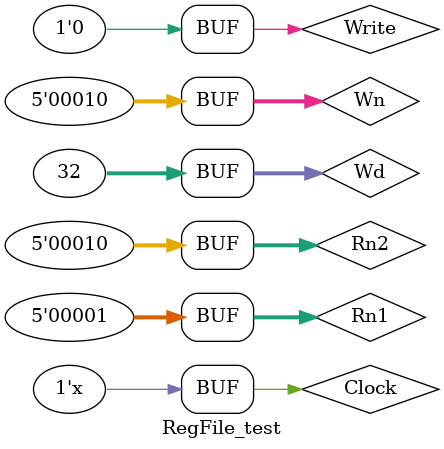
<source format=v>
`timescale 1ns / 1ps


module RegFile_test;

	// Inputs
	reg [4:0] Rn1;
	reg [4:0] Rn2;
	reg [4:0] Wn;
	reg Write;
	reg [31:0] Wd;
	reg Clock;

	// Outputs
	wire [31:0] A;
	wire [31:0] B;

	// Instantiate the Unit Under Test (UUT)
	RegFile uut (
		.Rn1(Rn1), 
		.Rn2(Rn2), 
		.Wn(Wn), 
		.Write(Write), 
		.Wd(Wd), 
		.A(A), 
		.B(B), 
		.Clock(Clock)
	);

	initial begin
		// Initialize Inputs
		//往1号寄存器写入数据32
		Rn1 = 0;
		Rn2 = 0;//RegFile代码中无0号寄存器，读出的值会为0
		Wn = 1;//数据写入的地址为1号寄存器
		Write = 1;//使能写信号
		Wd = 32;//写入的数据为32
		Clock = 0;
		// Wait 100 ns for global reset to finish
		#100;
		//往2号寄存器写入数据32
		Wn = 2;//数据写入的地址为2号寄存器
		Write = 1;
		Wd = 32;//写入的数据也为32
		#100;
		//读出1号和2号寄存器的值，两个输出口都为32
		Rn1 = 1;
		Rn2 = 2;
		Write = 0;//不使能读信号
	end
		always #10 Clock = ~Clock;//生成时钟信号
		
endmodule


</source>
